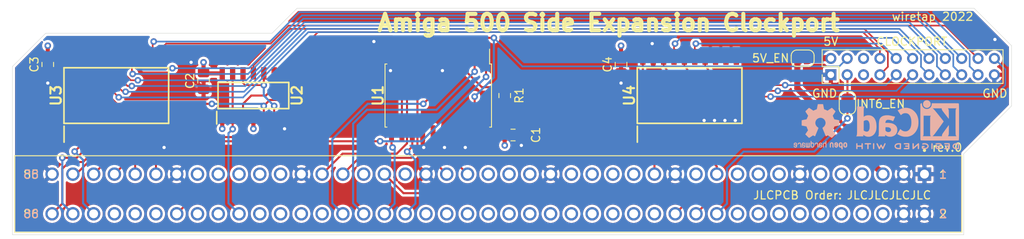
<source format=kicad_pcb>
(kicad_pcb (version 20171130) (host pcbnew "(5.1.6)-1")
  (layers (0 F.Cu signal) (1 In1.Cu power) (2 In2.Cu power) (31 B.Cu signal) (34 B.Paste user) (35 F.Paste user) (36 B.SilkS user) (37 F.SilkS user) (38 B.Mask user) (39 F.Mask user) (44 Edge.Cuts user))
  (net 0 "")
  (net 1 /D5)
  (net 2 GND)
  (net 3 /D6)
  (net 4 /D4)
  (net 5 /D7)
  (net 6 /D3)
  (net 7 /D8)
  (net 8 /D2)
  (net 9 /D9)
  (net 10 /D1)
  (net 11 /D10)
  (net 12 /D0)
  (net 13 /~AS)
  (net 14 /~UDS)
  (net 15 /D11)
  (net 16 /~LDS)
  (net 17 /D12)
  (net 18 /RW)
  (net 19 /D13)
  (net 20 /~DTACK)
  (net 21 /D14)
  (net 22 /~BG)
  (net 23 /D15)
  (net 24 /~BGACK)
  (net 25 /~BR)
  (net 26 /A23)
  (net 27 /A21)
  (net 28 /A22)
  (net 29 /A20)
  (net 30 /A19)
  (net 31 /~RESET)
  (net 32 /A18)
  (net 33 /~VMA)
  (net 34 /E)
  (net 35 /~VPA)
  (net 36 /A17)
  (net 37 /~BERR)
  (net 38 /A16)
  (net 39 /IPL2)
  (net 40 /A15)
  (net 41 /IPL1)
  (net 42 /A14)
  (net 43 /IPL0)
  (net 44 /A13)
  (net 45 /A12)
  (net 46 /A11)
  (net 47 /FC2)
  (net 48 /A10)
  (net 49 /FC1)
  (net 50 /A9)
  (net 51 /FC0)
  (net 52 /A8)
  (net 53 /A1)
  (net 54 /A7)
  (net 55 /A2)
  (net 56 /A3)
  (net 57 /A4)
  (net 58 /A6)
  (net 59 /~INT6)
  (net 60 /A5)
  (net 61 "Net-(BUS0-Pad20)")
  (net 62 /~INT2)
  (net 63 /XRDY)
  (net 64 /~HALT)
  (net 65 /~CCK)
  (net 66 /CDAC)
  (net 67 /~CCKQ)
  (net 68 /~CONFIG)
  (net 69 "Net-(BUS0-Pad11)")
  (net 70 +12V)
  (net 71 "Net-(BUS0-Pad9)")
  (net 72 -12V)
  (net 73 /7MHz)
  (net 74 +5V)
  (net 75 "Net-(J0-Pad2)")
  (net 76 "Net-(J0-Pad3)")
  (net 77 /~CS)
  (net 78 "Net-(J0-Pad5)")
  (net 79 "Net-(J0-Pad6)")
  (net 80 /~CP_IORD)
  (net 81 /~CP_IOWR)
  (net 82 /CP_A5)
  (net 83 /CP_A4)
  (net 84 /CP_A3)
  (net 85 /CP_A2)
  (net 86 /CP_D7)
  (net 87 /CP_D6)
  (net 88 /CP_D5)
  (net 89 /CP_D4)
  (net 90 /CP_D3)
  (net 91 /CP_D2)
  (net 92 /CP_D1)
  (net 93 /CP_D0)
  (net 94 /~CP_RESET)
  (net 95 "Net-(R1-Pad2)")
  (net 96 /RW0)
  (net 97 "Net-(U2-Pad10)")
  (net 98 "Net-(U4-Pad13)")
  (net 99 "Net-(U4-Pad12)")
  (net 100 "Net-(U4-Pad11)")
  (module Symbol:OSHW-Logo2_7.3x6mm_SilkScreen (layer B.Cu) (at 195.58 74.676 180)
    (fp_text reference REF** hide)
    (fp_text value OSHW-Logo2_7.3x6mm_SilkScreen hide)
  )
  (module Symbol:KiCad-Logo2_5mm_SilkScreen (layer B.Cu) (at 206.248 74.422 180)
    (fp_text reference REF** hide)
    (fp_text value KiCad-Logo2_5mm_SilkScreen hide)
  )
  (module SamacSys_Parts:TE_1-5530843-0 (layer F.Cu) (at 154.961001 82.901201 180)
    (fp_text reference BUS0 hide)
    (fp_text value A500_SLOT)
    (pad 86 thru_hole circle (at 53.34 -2.4257 180) (size 1.6383 1.6383) (drill 1.0922) (layers *.Cu *.Mask) (net 1 /D5))
    (pad 85 thru_hole circle (at 53.34 2.4257 180) (size 1.6383 1.6383) (drill 1.0922) (layers *.Cu *.Mask) (net 2 GND))
    (pad 84 thru_hole circle (at 50.8 -2.4257 180) (size 1.6383 1.6383) (drill 1.0922) (layers *.Cu *.Mask) (net 3 /D6))
    (pad 83 thru_hole circle (at 50.8 2.4257 180) (size 1.6383 1.6383) (drill 1.0922) (layers *.Cu *.Mask) (net 4 /D4))
    (pad 82 thru_hole circle (at 48.26 -2.4257 180) (size 1.6383 1.6383) (drill 1.0922) (layers *.Cu *.Mask) (net 5 /D7))
    (pad 81 thru_hole circle (at 48.26 2.4257 180) (size 1.6383 1.6383) (drill 1.0922) (layers *.Cu *.Mask) (net 6 /D3))
    (pad 80 thru_hole circle (at 45.72 -2.4257 180) (size 1.6383 1.6383) (drill 1.0922) (layers *.Cu *.Mask) (net 7 /D8))
    (pad 79 thru_hole circle (at 45.72 2.4257 180) (size 1.6383 1.6383) (drill 1.0922) (layers *.Cu *.Mask) (net 8 /D2))
    (pad 78 thru_hole circle (at 43.18 -2.4257 180) (size 1.6383 1.6383) (drill 1.0922) (layers *.Cu *.Mask) (net 9 /D9))
    (pad 77 thru_hole circle (at 43.18 2.4257 180) (size 1.6383 1.6383) (drill 1.0922) (layers *.Cu *.Mask) (net 10 /D1))
    (pad 76 thru_hole circle (at 40.64 -2.4257 180) (size 1.6383 1.6383) (drill 1.0922) (layers *.Cu *.Mask) (net 11 /D10))
    (pad 75 thru_hole circle (at 40.64 2.4257 180) (size 1.6383 1.6383) (drill 1.0922) (layers *.Cu *.Mask) (net 12 /D0))
    (pad 74 thru_hole circle (at 38.1 -2.4257 180) (size 1.6383 1.6383) (drill 1.0922) (layers *.Cu *.Mask) (net 13 /~AS))
    (pad 73 thru_hole circle (at 38.1 2.4257 180) (size 1.6383 1.6383) (drill 1.0922) (layers *.Cu *.Mask) (net 2 GND))
    (pad 72 thru_hole circle (at 35.56 -2.4257 180) (size 1.6383 1.6383) (drill 1.0922) (layers *.Cu *.Mask) (net 14 /~UDS))
    (pad 71 thru_hole circle (at 35.56 2.4257 180) (size 1.6383 1.6383) (drill 1.0922) (layers *.Cu *.Mask) (net 15 /D11))
    (pad 70 thru_hole circle (at 33.02 -2.4257 180) (size 1.6383 1.6383) (drill 1.0922) (layers *.Cu *.Mask) (net 16 /~LDS))
    (pad 69 thru_hole circle (at 33.02 2.4257 180) (size 1.6383 1.6383) (drill 1.0922) (layers *.Cu *.Mask) (net 17 /D12))
    (pad 68 thru_hole circle (at 30.48 -2.4257 180) (size 1.6383 1.6383) (drill 1.0922) (layers *.Cu *.Mask) (net 18 /RW))
    (pad 67 thru_hole circle (at 30.48 2.4257 180) (size 1.6383 1.6383) (drill 1.0922) (layers *.Cu *.Mask) (net 19 /D13))
    (pad 66 thru_hole circle (at 27.94 -2.4257 180) (size 1.6383 1.6383) (drill 1.0922) (layers *.Cu *.Mask) (net 20 /~DTACK))
    (pad 65 thru_hole circle (at 27.94 2.4257 180) (size 1.6383 1.6383) (drill 1.0922) (layers *.Cu *.Mask) (net 21 /D14))
    (pad 64 thru_hole circle (at 25.4 -2.4257 180) (size 1.6383 1.6383) (drill 1.0922) (layers *.Cu *.Mask) (net 22 /~BG))
    (pad 63 thru_hole circle (at 25.4 2.4257 180) (size 1.6383 1.6383) (drill 1.0922) (layers *.Cu *.Mask) (net 23 /D15))
    (pad 62 thru_hole circle (at 22.86 -2.4257 180) (size 1.6383 1.6383) (drill 1.0922) (layers *.Cu *.Mask) (net 24 /~BGACK))
    (pad 61 thru_hole circle (at 22.86 2.4257 180) (size 1.6383 1.6383) (drill 1.0922) (layers *.Cu *.Mask) (net 2 GND))
    (pad 60 thru_hole circle (at 20.32 -2.4257 180) (size 1.6383 1.6383) (drill 1.0922) (layers *.Cu *.Mask) (net 25 /~BR))
    (pad 59 thru_hole circle (at 20.32 2.4257 180) (size 1.6383 1.6383) (drill 1.0922) (layers *.Cu *.Mask) (net 26 /A23))
    (pad 58 thru_hole circle (at 17.78 -2.4257 180) (size 1.6383 1.6383) (drill 1.0922) (layers *.Cu *.Mask) (net 27 /A21))
    (pad 57 thru_hole circle (at 17.78 2.4257 180) (size 1.6383 1.6383) (drill 1.0922) (layers *.Cu *.Mask) (net 28 /A22))
    (pad 56 thru_hole circle (at 15.24 -2.4257 180) (size 1.6383 1.6383) (drill 1.0922) (layers *.Cu *.Mask) (net 29 /A20))
    (pad 55 thru_hole circle (at 15.24 2.4257 180) (size 1.6383 1.6383) (drill 1.0922) (layers *.Cu *.Mask))
    (pad 54 thru_hole circle (at 12.7 -2.4257 180) (size 1.6383 1.6383) (drill 1.0922) (layers *.Cu *.Mask) (net 30 /A19))
    (pad 53 thru_hole circle (at 12.7 2.4257 180) (size 1.6383 1.6383) (drill 1.0922) (layers *.Cu *.Mask) (net 31 /~RESET))
    (pad 52 thru_hole circle (at 10.16 -2.4257 180) (size 1.6383 1.6383) (drill 1.0922) (layers *.Cu *.Mask) (net 32 /A18))
    (pad 51 thru_hole circle (at 10.16 2.4257 180) (size 1.6383 1.6383) (drill 1.0922) (layers *.Cu *.Mask) (net 33 /~VMA))
    (pad 50 thru_hole circle (at 7.62 -2.4257 180) (size 1.6383 1.6383) (drill 1.0922) (layers *.Cu *.Mask) (net 34 /E))
    (pad 49 thru_hole circle (at 7.62 2.4257 180) (size 1.6383 1.6383) (drill 1.0922) (layers *.Cu *.Mask) (net 2 GND))
    (pad 48 thru_hole circle (at 5.08 -2.4257 180) (size 1.6383 1.6383) (drill 1.0922) (layers *.Cu *.Mask) (net 35 /~VPA))
    (pad 47 thru_hole circle (at 5.08 2.4257 180) (size 1.6383 1.6383) (drill 1.0922) (layers *.Cu *.Mask) (net 36 /A17))
    (pad 46 thru_hole circle (at 2.54 -2.4257 180) (size 1.6383 1.6383) (drill 1.0922) (layers *.Cu *.Mask) (net 37 /~BERR))
    (pad 45 thru_hole circle (at 2.54 2.4257 180) (size 1.6383 1.6383) (drill 1.0922) (layers *.Cu *.Mask) (net 38 /A16))
    (pad 44 thru_hole circle (at 0 -2.4257 180) (size 1.6383 1.6383) (drill 1.0922) (layers *.Cu *.Mask) (net 39 /IPL2))
    (pad 43 thru_hole circle (at 0 2.4257 180) (size 1.6383 1.6383) (drill 1.0922) (layers *.Cu *.Mask) (net 40 /A15))
    (pad 42 thru_hole circle (at -2.54 -2.4257 180) (size 1.6383 1.6383) (drill 1.0922) (layers *.Cu *.Mask) (net 41 /IPL1))
    (pad 41 thru_hole circle (at -2.54 2.4257 180) (size 1.6383 1.6383) (drill 1.0922) (layers *.Cu *.Mask) (net 42 /A14))
    (pad 40 thru_hole circle (at -5.08 -2.4257 180) (size 1.6383 1.6383) (drill 1.0922) (layers *.Cu *.Mask) (net 43 /IPL0))
    (pad 39 thru_hole circle (at -5.08 2.4257 180) (size 1.6383 1.6383) (drill 1.0922) (layers *.Cu *.Mask) (net 44 /A13))
    (pad 38 thru_hole circle (at -7.62 -2.4257 180) (size 1.6383 1.6383) (drill 1.0922) (layers *.Cu *.Mask) (net 45 /A12))
    (pad 37 thru_hole circle (at -7.62 2.4257 180) (size 1.6383 1.6383) (drill 1.0922) (layers *.Cu *.Mask) (net 2 GND))
    (pad 36 thru_hole circle (at -10.16 -2.4257 180) (size 1.6383 1.6383) (drill 1.0922) (layers *.Cu *.Mask) (net 46 /A11))
    (pad 35 thru_hole circle (at -10.16 2.4257 180) (size 1.6383 1.6383) (drill 1.0922) (layers *.Cu *.Mask) (net 47 /FC2))
    (pad 34 thru_hole circle (at -12.7 -2.4257 180) (size 1.6383 1.6383) (drill 1.0922) (layers *.Cu *.Mask) (net 48 /A10))
    (pad 33 thru_hole circle (at -12.7 2.4257 180) (size 1.6383 1.6383) (drill 1.0922) (layers *.Cu *.Mask) (net 49 /FC1))
    (pad 32 thru_hole circle (at -15.24 -2.4257 180) (size 1.6383 1.6383) (drill 1.0922) (layers *.Cu *.Mask) (net 50 /A9))
    (pad 31 thru_hole circle (at -15.24 2.4257 180) (size 1.6383 1.6383) (drill 1.0922) (layers *.Cu *.Mask) (net 51 /FC0))
    (pad 30 thru_hole circle (at -17.78 -2.4257 180) (size 1.6383 1.6383) (drill 1.0922) (layers *.Cu *.Mask) (net 52 /A8))
    (pad 29 thru_hole circle (at -17.78 2.4257 180) (size 1.6383 1.6383) (drill 1.0922) (layers *.Cu *.Mask) (net 53 /A1))
    (pad 28 thru_hole circle (at -20.32 -2.4257 180) (size 1.6383 1.6383) (drill 1.0922) (layers *.Cu *.Mask) (net 54 /A7))
    (pad 27 thru_hole circle (at -20.32 2.4257 180) (size 1.6383 1.6383) (drill 1.0922) (layers *.Cu *.Mask) (net 55 /A2))
    (pad 26 thru_hole circle (at -22.86 -2.4257 180) (size 1.6383 1.6383) (drill 1.0922) (layers *.Cu *.Mask) (net 56 /A3))
    (pad 25 thru_hole circle (at -22.86 2.4257 180) (size 1.6383 1.6383) (drill 1.0922) (layers *.Cu *.Mask) (net 2 GND))
    (pad 24 thru_hole circle (at -25.4 -2.4257 180) (size 1.6383 1.6383) (drill 1.0922) (layers *.Cu *.Mask) (net 57 /A4))
    (pad 23 thru_hole circle (at -25.4 2.4257 180) (size 1.6383 1.6383) (drill 1.0922) (layers *.Cu *.Mask) (net 58 /A6))
    (pad 22 thru_hole circle (at -27.94 -2.4257 180) (size 1.6383 1.6383) (drill 1.0922) (layers *.Cu *.Mask) (net 59 /~INT6))
    (pad 21 thru_hole circle (at -27.94 2.4257 180) (size 1.6383 1.6383) (drill 1.0922) (layers *.Cu *.Mask) (net 60 /A5))
    (pad 20 thru_hole circle (at -30.48 -2.4257 180) (size 1.6383 1.6383) (drill 1.0922) (layers *.Cu *.Mask) (net 61 "Net-(BUS0-Pad20)"))
    (pad 19 thru_hole circle (at -30.48 2.4257 180) (size 1.6383 1.6383) (drill 1.0922) (layers *.Cu *.Mask) (net 62 /~INT2))
    (pad 18 thru_hole circle (at -33.02 -2.4257 180) (size 1.6383 1.6383) (drill 1.0922) (layers *.Cu *.Mask) (net 63 /XRDY))
    (pad 17 thru_hole circle (at -33.02 2.4257 180) (size 1.6383 1.6383) (drill 1.0922) (layers *.Cu *.Mask) (net 64 /~HALT))
    (pad 16 thru_hole circle (at -35.56 -2.4257 180) (size 1.6383 1.6383) (drill 1.0922) (layers *.Cu *.Mask) (net 65 /~CCK))
    (pad 15 thru_hole circle (at -35.56 2.4257 180) (size 1.6383 1.6383) (drill 1.0922) (layers *.Cu *.Mask) (net 66 /CDAC))
    (pad 14 thru_hole circle (at -38.1 -2.4257 180) (size 1.6383 1.6383) (drill 1.0922) (layers *.Cu *.Mask) (net 67 /~CCKQ))
    (pad 13 thru_hole circle (at -38.1 2.4257 180) (size 1.6383 1.6383) (drill 1.0922) (layers *.Cu *.Mask) (net 2 GND))
    (pad 12 thru_hole circle (at -40.64 -2.4257 180) (size 1.6383 1.6383) (drill 1.0922) (layers *.Cu *.Mask) (net 68 /~CONFIG))
    (pad 11 thru_hole circle (at -40.64 2.4257 180) (size 1.6383 1.6383) (drill 1.0922) (layers *.Cu *.Mask) (net 69 "Net-(BUS0-Pad11)"))
    (pad 10 thru_hole circle (at -43.18 -2.4257 180) (size 1.6383 1.6383) (drill 1.0922) (layers *.Cu *.Mask) (net 70 +12V))
    (pad 9 thru_hole circle (at -43.18 2.4257 180) (size 1.6383 1.6383) (drill 1.0922) (layers *.Cu *.Mask) (net 71 "Net-(BUS0-Pad9)"))
    (pad 8 thru_hole circle (at -45.72 -2.4257 180) (size 1.6383 1.6383) (drill 1.0922) (layers *.Cu *.Mask) (net 72 -12V))
    (pad 7 thru_hole circle (at -45.72 2.4257 180) (size 1.6383 1.6383) (drill 1.0922) (layers *.Cu *.Mask) (net 73 /7MHz))
    (pad 6 thru_hole circle (at -48.26 -2.4257 180) (size 1.6383 1.6383) (drill 1.0922) (layers *.Cu *.Mask) (net 74 +5V))
    (pad 5 thru_hole circle (at -48.26 2.4257 180) (size 1.6383 1.6383) (drill 1.0922) (layers *.Cu *.Mask) (net 74 +5V))
    (pad 4 thru_hole circle (at -50.8 -2.4257 180) (size 1.6383 1.6383) (drill 1.0922) (layers *.Cu *.Mask) (net 2 GND))
    (pad 3 thru_hole circle (at -50.8 2.4257 180) (size 1.6383 1.6383) (drill 1.0922) (layers *.Cu *.Mask) (net 2 GND))
    (pad 2 thru_hole circle (at -53.34 -2.4257 180) (size 1.6383 1.6383) (drill 1.0922) (layers *.Cu *.Mask) (net 2 GND))
    (pad 1 thru_hole rect (at -53.34 2.4257 180) (size 1.6383 1.6383) (drill 1.0922) (layers *.Cu *.Mask) (net 2 GND))
  )
  (module Capacitor_SMD:C_0805_2012Metric_Pad1.15x1.40mm_HandSolder (layer F.Cu) (at 157.988 75.692 180)
    (fp_text reference C1 (at -2.794 0 90) (layer F.SilkS))
    (fp_text value 100nF)
    (pad 1 smd roundrect (at -1.025 0 180) (size 1.15 1.4) (layers F.Cu F.Paste F.Mask) (roundrect_rratio 0.217391) (net 2 GND))
    (pad 2 smd roundrect (at 1.025 0 180) (size 1.15 1.4) (layers F.Cu F.Paste F.Mask) (roundrect_rratio 0.217391) (net 74 +5V))
  )
  (module Capacitor_SMD:C_0805_2012Metric_Pad1.15x1.40mm_HandSolder (layer F.Cu) (at 120.142 69.079 90)
    (fp_text reference C2 (at 0 -1.65 90) (layer F.SilkS))
    (fp_text value 100nF)
    (pad 2 smd roundrect (at 1.025 0 90) (size 1.15 1.4) (layers F.Cu F.Paste F.Mask) (roundrect_rratio 0.217391) (net 74 +5V))
    (pad 1 smd roundrect (at -1.025 0 90) (size 1.15 1.4) (layers F.Cu F.Paste F.Mask) (roundrect_rratio 0.217391) (net 2 GND))
  )
  (module Capacitor_SMD:C_0805_2012Metric_Pad1.15x1.40mm_HandSolder (layer F.Cu) (at 101.092 67.065 90)
    (fp_text reference C3 (at 0 -1.65 90) (layer F.SilkS))
    (fp_text value 100nF)
    (pad 2 smd roundrect (at 1.025 0 90) (size 1.15 1.4) (layers F.Cu F.Paste F.Mask) (roundrect_rratio 0.217391) (net 74 +5V))
    (pad 1 smd roundrect (at -1.025 0 90) (size 1.15 1.4) (layers F.Cu F.Paste F.Mask) (roundrect_rratio 0.217391) (net 2 GND))
  )
  (module Capacitor_SMD:C_0805_2012Metric_Pad1.15x1.40mm_HandSolder (layer F.Cu) (at 171.196 67.065 90)
    (fp_text reference C4 (at 0 -1.65 90) (layer F.SilkS))
    (fp_text value 100nF)
    (pad 1 smd roundrect (at -1.025 0 90) (size 1.15 1.4) (layers F.Cu F.Paste F.Mask) (roundrect_rratio 0.217391) (net 2 GND))
    (pad 2 smd roundrect (at 1.025 0 90) (size 1.15 1.4) (layers F.Cu F.Paste F.Mask) (roundrect_rratio 0.217391) (net 74 +5V))
  )
  (module Connector_PinHeader_2.00mm:PinHeader_2x11_P2.00mm_Vertical (layer F.Cu) (at 196.852 68.326 90)
    (fp_text reference J0 hide)
    (fp_text value CLOCKPORT)
    (pad 1 thru_hole rect (at 0 0 90) (size 1.35 1.35) (drill 0.8) (layers *.Cu *.Mask) (net 2 GND))
    (pad 2 thru_hole oval (at 2 0 90) (size 1.35 1.35) (drill 0.8) (layers *.Cu *.Mask) (net 75 "Net-(J0-Pad2)"))
    (pad 3 thru_hole oval (at 0 2 90) (size 1.35 1.35) (drill 0.8) (layers *.Cu *.Mask) (net 76 "Net-(J0-Pad3)"))
    (pad 4 thru_hole oval (at 2 2 90) (size 1.35 1.35) (drill 0.8) (layers *.Cu *.Mask) (net 77 /~CS))
    (pad 5 thru_hole oval (at 0 4 90) (size 1.35 1.35) (drill 0.8) (layers *.Cu *.Mask) (net 78 "Net-(J0-Pad5)"))
    (pad 6 thru_hole oval (at 2 4 90) (size 1.35 1.35) (drill 0.8) (layers *.Cu *.Mask) (net 79 "Net-(J0-Pad6)"))
    (pad 7 thru_hole oval (at 0 6 90) (size 1.35 1.35) (drill 0.8) (layers *.Cu *.Mask) (net 80 /~CP_IORD))
    (pad 8 thru_hole oval (at 2 6 90) (size 1.35 1.35) (drill 0.8) (layers *.Cu *.Mask) (net 81 /~CP_IOWR))
    (pad 9 thru_hole oval (at 0 8 90) (size 1.35 1.35) (drill 0.8) (layers *.Cu *.Mask) (net 82 /CP_A5))
    (pad 10 thru_hole oval (at 2 8 90) (size 1.35 1.35) (drill 0.8) (layers *.Cu *.Mask) (net 83 /CP_A4))
    (pad 11 thru_hole oval (at 0 10 90) (size 1.35 1.35) (drill 0.8) (layers *.Cu *.Mask) (net 84 /CP_A3))
    (pad 12 thru_hole oval (at 2 10 90) (size 1.35 1.35) (drill 0.8) (layers *.Cu *.Mask) (net 85 /CP_A2))
    (pad 13 thru_hole oval (at 0 12 90) (size 1.35 1.35) (drill 0.8) (layers *.Cu *.Mask) (net 86 /CP_D7))
    (pad 14 thru_hole oval (at 2 12 90) (size 1.35 1.35) (drill 0.8) (layers *.Cu *.Mask) (net 87 /CP_D6))
    (pad 15 thru_hole oval (at 0 14 90) (size 1.35 1.35) (drill 0.8) (layers *.Cu *.Mask) (net 88 /CP_D5))
    (pad 16 thru_hole oval (at 2 14 90) (size 1.35 1.35) (drill 0.8) (layers *.Cu *.Mask) (net 89 /CP_D4))
    (pad 17 thru_hole oval (at 0 16 90) (size 1.35 1.35) (drill 0.8) (layers *.Cu *.Mask) (net 90 /CP_D3))
    (pad 18 thru_hole oval (at 2 16 90) (size 1.35 1.35) (drill 0.8) (layers *.Cu *.Mask) (net 91 /CP_D2))
    (pad 19 thru_hole oval (at 0 18 90) (size 1.35 1.35) (drill 0.8) (layers *.Cu *.Mask) (net 92 /CP_D1))
    (pad 20 thru_hole oval (at 2 18 90) (size 1.35 1.35) (drill 0.8) (layers *.Cu *.Mask) (net 93 /CP_D0))
    (pad 21 thru_hole oval (at 0 20 90) (size 1.35 1.35) (drill 0.8) (layers *.Cu *.Mask) (net 2 GND))
    (pad 22 thru_hole oval (at 2 20 90) (size 1.35 1.35) (drill 0.8) (layers *.Cu *.Mask) (net 94 /~CP_RESET))
  )
  (module Jumper:SolderJumper-2_P1.3mm_Open_RoundedPad1.0x1.5mm (layer F.Cu) (at 193.406 66.294 180)
    (fp_text reference J1 hide)
    (fp_text value 5V_EN)
    (pad 2 smd custom (at 0.65 0 180) (size 1 0.5) (layers F.Cu F.Mask) (net 74 +5V) (options (clearance outline) (anchor rect)) (primitives (gr_circle (center 0 0.25) (end 0.5 0.25) (width 0)) (gr_circle (center 0 -0.25) (end 0.5 -0.25) (width 0)) (gr_poly (pts (xy 0 -0.75) (xy -0.5 -0.75) (xy -0.5 0.75) (xy 0 0.75)) (width 0))))
    (pad 1 smd custom (at -0.65 0 180) (size 1 0.5) (layers F.Cu F.Mask) (net 75 "Net-(J0-Pad2)") (options (clearance outline) (anchor rect)) (primitives (gr_circle (center 0 0.25) (end 0.5 0.25) (width 0)) (gr_circle (center 0 -0.25) (end 0.5 -0.25) (width 0)) (gr_poly (pts (xy 0 -0.75) (xy 0.5 -0.75) (xy 0.5 0.75) (xy 0 0.75)) (width 0))))
  )
  (module Jumper:SolderJumper-2_P1.3mm_Open_RoundedPad1.0x1.5mm (layer F.Cu) (at 198.882 71.77 90)
    (fp_text reference J2 hide)
    (fp_text value INT6_EN)
    (pad 1 smd custom (at -0.65 0 90) (size 1 0.5) (layers F.Cu F.Mask) (net 59 /~INT6) (options (clearance outline) (anchor rect)) (primitives (gr_circle (center 0 0.25) (end 0.5 0.25) (width 0)) (gr_circle (center 0 -0.25) (end 0.5 -0.25) (width 0)) (gr_poly (pts (xy 0 -0.75) (xy 0.5 -0.75) (xy 0.5 0.75) (xy 0 0.75)) (width 0))))
    (pad 2 smd custom (at 0.65 0 90) (size 1 0.5) (layers F.Cu F.Mask) (net 76 "Net-(J0-Pad3)") (options (clearance outline) (anchor rect)) (primitives (gr_circle (center 0 0.25) (end 0.5 0.25) (width 0)) (gr_circle (center 0 -0.25) (end 0.5 -0.25) (width 0)) (gr_poly (pts (xy 0 -0.75) (xy -0.5 -0.75) (xy -0.5 0.75) (xy 0 0.75)) (width 0))))
  )
  (module Resistor_SMD:R_0805_2012Metric_Pad1.15x1.40mm_HandSolder (layer F.Cu) (at 156.972 70.866 90)
    (fp_text reference R1 (at 0 1.778 90) (layer F.SilkS))
    (fp_text value 4.7k)
    (pad 1 smd roundrect (at -1.025 0 90) (size 1.15 1.4) (layers F.Cu F.Paste F.Mask) (roundrect_rratio 0.217391) (net 74 +5V))
    (pad 2 smd roundrect (at 1.025 0 90) (size 1.15 1.4) (layers F.Cu F.Paste F.Mask) (roundrect_rratio 0.217391) (net 95 "Net-(R1-Pad2)"))
  )
  (module Package_SO:SOIC-20W_7.5x12.8mm_P1.27mm (layer F.Cu) (at 148.844 70.866 270)
    (fp_text reference U1 (at 0 7.366 90) (layer F.SilkS) (effects (font (size 1.27 1.27) (thickness 0.254))))
    (fp_text value 74HCT688)
    (pad 1 smd roundrect (at -4.65 -5.715 270) (size 2.05 0.6) (layers F.Cu F.Paste F.Mask) (net 13 /~AS))
    (pad 2 smd roundrect (at -4.65 -4.445 270) (size 2.05 0.6) (layers F.Cu F.Paste F.Mask) (net 29 /A20))
    (pad 3 smd roundrect (at -4.65 -3.175 270) (size 2.05 0.6) (layers F.Cu F.Paste F.Mask) (net 95 "Net-(R1-Pad2)"))
    (pad 4 smd roundrect (at -4.65 -1.905 270) (size 2.05 0.6) (layers F.Cu F.Paste F.Mask) (net 27 /A21))
    (pad 5 smd roundrect (at -4.65 -0.635 270) (size 2.05 0.6) (layers F.Cu F.Paste F.Mask) (net 2 GND))
    (pad 6 smd roundrect (at -4.65 0.635 270) (size 2.05 0.6) (layers F.Cu F.Paste F.Mask) (net 28 /A22))
    (pad 7 smd roundrect (at -4.65 1.905 270) (size 2.05 0.6) (layers F.Cu F.Paste F.Mask) (net 95 "Net-(R1-Pad2)"))
    (pad 8 smd roundrect (at -4.65 3.175 270) (size 2.05 0.6) (layers F.Cu F.Paste F.Mask) (net 26 /A23))
    (pad 9 smd roundrect (at -4.65 4.445 270) (size 2.05 0.6) (layers F.Cu F.Paste F.Mask) (net 95 "Net-(R1-Pad2)"))
    (pad 10 smd roundrect (at -4.65 5.715 270) (size 2.05 0.6) (layers F.Cu F.Paste F.Mask) (net 2 GND))
    (pad 11 smd roundrect (at 4.65 5.715 270) (size 2.05 0.6) (layers F.Cu F.Paste F.Mask) (net 30 /A19))
    (pad 12 smd roundrect (at 4.65 4.445 270) (size 2.05 0.6) (layers F.Cu F.Paste F.Mask) (net 95 "Net-(R1-Pad2)"))
    (pad 13 smd roundrect (at 4.65 3.175 270) (size 2.05 0.6) (layers F.Cu F.Paste F.Mask) (net 32 /A18))
    (pad 14 smd roundrect (at 4.65 1.905 270) (size 2.05 0.6) (layers F.Cu F.Paste F.Mask) (net 2 GND))
    (pad 15 smd roundrect (at 4.65 0.635 270) (size 2.05 0.6) (layers F.Cu F.Paste F.Mask) (net 36 /A17))
    (pad 16 smd roundrect (at 4.65 -0.635 270) (size 2.05 0.6) (layers F.Cu F.Paste F.Mask) (net 2 GND))
    (pad 17 smd roundrect (at 4.65 -1.905 270) (size 2.05 0.6) (layers F.Cu F.Paste F.Mask) (net 38 /A16))
    (pad 18 smd roundrect (at 4.65 -3.175 270) (size 2.05 0.6) (layers F.Cu F.Paste F.Mask) (net 2 GND))
    (pad 19 smd roundrect (at 4.65 -4.445 270) (size 2.05 0.6) (layers F.Cu F.Paste F.Mask) (net 77 /~CS))
    (pad 20 smd roundrect (at 4.65 -5.715 270) (size 2.05 0.6) (layers F.Cu F.Paste F.Mask) (net 74 +5V))
  )
  (module SamacSys_Parts:SOIC127P600X175-14N (layer F.Cu) (at 126.238 70.866 90)
    (fp_text reference U2 (at 0 5.334 90) (layer F.SilkS) (effects (font (size 1.27 1.27) (thickness 0.254))))
    (fp_text value SN74AC00D hide)
    (pad 1 smd rect (at -2.712 -3.81 180) (size 0.65 1.525) (layers F.Cu F.Paste F.Mask) (net 74 +5V))
    (pad 2 smd rect (at -2.712 -2.54 180) (size 0.65 1.525) (layers F.Cu F.Paste F.Mask) (net 18 /RW))
    (pad 3 smd rect (at -2.712 -1.27 180) (size 0.65 1.525) (layers F.Cu F.Paste F.Mask) (net 96 /RW0))
    (pad 4 smd rect (at -2.712 0 180) (size 0.65 1.525) (layers F.Cu F.Paste F.Mask) (net 74 +5V))
    (pad 5 smd rect (at -2.712 1.27 180) (size 0.65 1.525) (layers F.Cu F.Paste F.Mask) (net 77 /~CS))
    (pad 6 smd rect (at -2.712 2.54 180) (size 0.65 1.525) (layers F.Cu F.Paste F.Mask) (net 97 "Net-(U2-Pad10)"))
    (pad 7 smd rect (at -2.712 3.81 180) (size 0.65 1.525) (layers F.Cu F.Paste F.Mask) (net 2 GND))
    (pad 8 smd rect (at 2.712 3.81 180) (size 0.65 1.525) (layers F.Cu F.Paste F.Mask) (net 81 /~CP_IOWR))
    (pad 9 smd rect (at 2.712 2.54 180) (size 0.65 1.525) (layers F.Cu F.Paste F.Mask) (net 96 /RW0))
    (pad 10 smd rect (at 2.712 1.27 180) (size 0.65 1.525) (layers F.Cu F.Paste F.Mask) (net 97 "Net-(U2-Pad10)"))
    (pad 11 smd rect (at 2.712 0 180) (size 0.65 1.525) (layers F.Cu F.Paste F.Mask) (net 80 /~CP_IORD))
    (pad 12 smd rect (at 2.712 -1.27 180) (size 0.65 1.525) (layers F.Cu F.Paste F.Mask) (net 97 "Net-(U2-Pad10)"))
    (pad 13 smd rect (at 2.712 -2.54 180) (size 0.65 1.525) (layers F.Cu F.Paste F.Mask) (net 18 /RW))
    (pad 14 smd rect (at 2.712 -3.81 180) (size 0.65 1.525) (layers F.Cu F.Paste F.Mask) (net 74 +5V))
  )
  (module SamacSys_Parts:SOIC127P1030X265-20N (layer F.Cu) (at 109.474 70.866 90)
    (fp_text reference U3 (at 0 -7.366 90) (layer F.SilkS) (effects (font (size 1.27 1.27) (thickness 0.254))))
    (fp_text value SN74AC245DW hide)
    (pad 1 smd rect (at -4.725 -5.715 180) (size 0.65 1.95) (layers F.Cu F.Paste F.Mask) (net 96 /RW0))
    (pad 2 smd rect (at -4.725 -4.445 180) (size 0.65 1.95) (layers F.Cu F.Paste F.Mask) (net 5 /D7))
    (pad 3 smd rect (at -4.725 -3.175 180) (size 0.65 1.95) (layers F.Cu F.Paste F.Mask) (net 3 /D6))
    (pad 4 smd rect (at -4.725 -1.905 180) (size 0.65 1.95) (layers F.Cu F.Paste F.Mask) (net 1 /D5))
    (pad 5 smd rect (at -4.725 -0.635 180) (size 0.65 1.95) (layers F.Cu F.Paste F.Mask) (net 4 /D4))
    (pad 6 smd rect (at -4.725 0.635 180) (size 0.65 1.95) (layers F.Cu F.Paste F.Mask) (net 6 /D3))
    (pad 7 smd rect (at -4.725 1.905 180) (size 0.65 1.95) (layers F.Cu F.Paste F.Mask) (net 8 /D2))
    (pad 8 smd rect (at -4.725 3.175 180) (size 0.65 1.95) (layers F.Cu F.Paste F.Mask) (net 10 /D1))
    (pad 9 smd rect (at -4.725 4.445 180) (size 0.65 1.95) (layers F.Cu F.Paste F.Mask) (net 12 /D0))
    (pad 10 smd rect (at -4.725 5.715 180) (size 0.65 1.95) (layers F.Cu F.Paste F.Mask) (net 2 GND))
    (pad 11 smd rect (at 4.725 5.715 180) (size 0.65 1.95) (layers F.Cu F.Paste F.Mask) (net 93 /CP_D0))
    (pad 12 smd rect (at 4.725 4.445 180) (size 0.65 1.95) (layers F.Cu F.Paste F.Mask) (net 92 /CP_D1))
    (pad 13 smd rect (at 4.725 3.175 180) (size 0.65 1.95) (layers F.Cu F.Paste F.Mask) (net 91 /CP_D2))
    (pad 14 smd rect (at 4.725 1.905 180) (size 0.65 1.95) (layers F.Cu F.Paste F.Mask) (net 90 /CP_D3))
    (pad 15 smd rect (at 4.725 0.635 180) (size 0.65 1.95) (layers F.Cu F.Paste F.Mask) (net 89 /CP_D4))
    (pad 16 smd rect (at 4.725 -0.635 180) (size 0.65 1.95) (layers F.Cu F.Paste F.Mask) (net 88 /CP_D5))
    (pad 17 smd rect (at 4.725 -1.905 180) (size 0.65 1.95) (layers F.Cu F.Paste F.Mask) (net 87 /CP_D6))
    (pad 18 smd rect (at 4.725 -3.175 180) (size 0.65 1.95) (layers F.Cu F.Paste F.Mask) (net 86 /CP_D7))
    (pad 19 smd rect (at 4.725 -4.445 180) (size 0.65 1.95) (layers F.Cu F.Paste F.Mask) (net 77 /~CS))
    (pad 20 smd rect (at 4.725 -5.715 180) (size 0.65 1.95) (layers F.Cu F.Paste F.Mask) (net 74 +5V))
  )
  (module SamacSys_Parts:SOIC127P1030X265-20N (layer F.Cu) (at 179.578 70.866 90)
    (fp_text reference U4 (at 0 -7.366 90) (layer F.SilkS) (effects (font (size 1.27 1.27) (thickness 0.254))))
    (fp_text value SN74AC245DW hide)
    (pad 20 smd rect (at 4.725 -5.715 180) (size 0.65 1.95) (layers F.Cu F.Paste F.Mask) (net 74 +5V))
    (pad 19 smd rect (at 4.725 -4.445 180) (size 0.65 1.95) (layers F.Cu F.Paste F.Mask) (net 2 GND))
    (pad 18 smd rect (at 4.725 -3.175 180) (size 0.65 1.95) (layers F.Cu F.Paste F.Mask) (net 94 /~CP_RESET))
    (pad 17 smd rect (at 4.725 -1.905 180) (size 0.65 1.95) (layers F.Cu F.Paste F.Mask) (net 85 /CP_A2))
    (pad 16 smd rect (at 4.725 -0.635 180) (size 0.65 1.95) (layers F.Cu F.Paste F.Mask) (net 84 /CP_A3))
    (pad 15 smd rect (at 4.725 0.635 180) (size 0.65 1.95) (layers F.Cu F.Paste F.Mask) (net 83 /CP_A4))
    (pad 14 smd rect (at 4.725 1.905 180) (size 0.65 1.95) (layers F.Cu F.Paste F.Mask) (net 82 /CP_A5))
    (pad 13 smd rect (at 4.725 3.175 180) (size 0.65 1.95) (layers F.Cu F.Paste F.Mask) (net 98 "Net-(U4-Pad13)"))
    (pad 12 smd rect (at 4.725 4.445 180) (size 0.65 1.95) (layers F.Cu F.Paste F.Mask) (net 99 "Net-(U4-Pad12)"))
    (pad 11 smd rect (at 4.725 5.715 180) (size 0.65 1.95) (layers F.Cu F.Paste F.Mask) (net 100 "Net-(U4-Pad11)"))
    (pad 10 smd rect (at -4.725 5.715 180) (size 0.65 1.95) (layers F.Cu F.Paste F.Mask) (net 2 GND))
    (pad 9 smd rect (at -4.725 4.445 180) (size 0.65 1.95) (layers F.Cu F.Paste F.Mask) (net 2 GND))
    (pad 8 smd rect (at -4.725 3.175 180) (size 0.65 1.95) (layers F.Cu F.Paste F.Mask) (net 2 GND))
    (pad 7 smd rect (at -4.725 1.905 180) (size 0.65 1.95) (layers F.Cu F.Paste F.Mask) (net 2 GND))
    (pad 6 smd rect (at -4.725 0.635 180) (size 0.65 1.95) (layers F.Cu F.Paste F.Mask) (net 60 /A5))
    (pad 5 smd rect (at -4.725 -0.635 180) (size 0.65 1.95) (layers F.Cu F.Paste F.Mask) (net 57 /A4))
    (pad 4 smd rect (at -4.725 -1.905 180) (size 0.65 1.95) (layers F.Cu F.Paste F.Mask) (net 56 /A3))
    (pad 3 smd rect (at -4.725 -3.175 180) (size 0.65 1.95) (layers F.Cu F.Paste F.Mask) (net 55 /A2))
    (pad 2 smd rect (at -4.725 -4.445 180) (size 0.65 1.95) (layers F.Cu F.Paste F.Mask) (net 31 /~RESET))
    (pad 1 smd rect (at -4.725 -5.715 180) (size 0.65 1.95) (layers F.Cu F.Paste F.Mask) (net 74 +5V))
  )
  (gr_text "Amiga 500 Side Expansion Clockport" (at 169.672 61.976) (layer F.SilkS) (effects (font (size 2 2) (thickness 0.5))))
  (gr_text rev.0 (at 211.074 77.216) (layer F.SilkS) (effects (font (size 1 1))))
  (gr_text "wiretap 2022" (at 209.296 61.214) (layer F.SilkS) (effects (font (size 1 1))))
  (gr_text "JLCPCB Order:" (at 192.786 83.058) (layer F.SilkS) (effects (font (size 1 1))))
  (gr_text JLCJLCJLCJLC (at 203.962 83.058) (layer F.SilkS) (effects (font (size 1 1))))
  (gr_text 85 (at 99.06 80.518) (layer B.SilkS) (effects (font (size 1 1)) (justify mirror)))
  (gr_text 86 (at 99.06 85.344) (layer B.SilkS) (effects (font (size 1 1)) (justify mirror)))
  (gr_text 2 (at 210.566 85.344) (layer B.SilkS) (effects (font (size 1 1)) (justify mirror)))
  (gr_text 1 (at 210.566 80.518) (layer B.SilkS) (effects (font (size 1 1)) (justify mirror)))
  (gr_line (start 96.774 67.31) (end 96.774 87.884) (layer Edge.Cuts) (width 0.05))
  (gr_line (start 100.838 63.246) (end 96.774 67.31) (layer Edge.Cuts) (width 0.05))
  (gr_line (start 128.524 63.246) (end 100.838 63.246) (layer Edge.Cuts) (width 0.05))
  (gr_line (start 131.572 60.198) (end 128.524 63.246) (layer Edge.Cuts) (width 0.05))
  (gr_line (start 214.376 60.198) (end 131.572 60.198) (layer Edge.Cuts) (width 0.05))
  (gr_line (start 218.948 64.77) (end 214.376 60.198) (layer Edge.Cuts) (width 0.05))
  (gr_line (start 218.948 72.136) (end 218.948 64.77) (layer Edge.Cuts) (width 0.05))
  (gr_line (start 213.106 77.978) (end 218.948 72.136) (layer Edge.Cuts) (width 0.05))
  (gr_line (start 213.106 87.884) (end 213.106 77.978) (layer Edge.Cuts) (width 0.05))
  (gr_line (start 96.774 87.884) (end 213.106 87.884) (layer Edge.Cuts) (width 0.05))
  (gr_text CLOCKPORT (at 206.756 64.262) (layer F.SilkS) (effects (font (size 1 1))))
  (gr_text 5V_EN (at 189.484 66.294) (layer F.SilkS) (effects (font (size 1 1))))
  (gr_text INT6_EN (at 202.946 71.882) (layer F.SilkS) (effects (font (size 1 1))))
  (gr_text GND (at 196.088 70.612) (layer F.SilkS) (effects (font (size 1 1))))
  (gr_text GND (at 216.916 70.612) (layer F.SilkS) (effects (font (size 1 1))))
  (gr_text 5V (at 196.85 64.262) (layer F.SilkS) (effects (font (size 1 1))))
  (gr_text 85 (at 99.06 80.518) (layer F.SilkS) (effects (font (size 1 1))))
  (gr_text 86 (at 99.06 85.344) (layer F.SilkS) (effects (font (size 1 1))))
  (gr_text 2 (at 210.566 85.344) (layer F.SilkS) (effects (font (size 1 1))))
  (gr_text 1 (at 210.566 80.518) (layer F.SilkS) (effects (font (size 1 1))))
  (segment (start 102.87 84.077902) (end 101.621001 85.326901) (width 0.25) (layer F.Cu) (net 1))
  (segment (start 103.69746 78.994) (end 102.87 79.82146) (width 0.25) (layer F.Cu) (net 1))
  (segment (start 105.41 78.994) (end 103.69746 78.994) (width 0.25) (layer F.Cu) (net 1))
  (segment (start 107.569 75.591) (end 107.569 76.835) (width 0.25) (layer F.Cu) (net 1))
  (segment (start 102.87 79.82146) (end 102.87 84.077902) (width 0.25) (layer F.Cu) (net 1))
  (segment (start 107.569 76.835) (end 105.41 78.994) (width 0.25) (layer F.Cu) (net 1))
  (via (at 171.196 69.342) (size 0.8) (drill 0.4) (layers F.Cu B.Cu) (net 2))
  (segment (start 171.196 68.09) (end 171.196 69.342) (width 0.5) (layer F.Cu) (net 2))
  (via (at 175.006 64.516) (size 0.8) (drill 0.4) (layers F.Cu B.Cu) (net 2))
  (segment (start 175.133 66.141) (end 175.133 64.643) (width 0.5) (layer F.Cu) (net 2))
  (segment (start 175.133 64.643) (end 175.006 64.516) (width 0.5) (layer F.Cu) (net 2))
  (via (at 181.356 73.914) (size 0.8) (drill 0.4) (layers F.Cu B.Cu) (net 2))
  (segment (start 181.483 75.591) (end 181.483 74.041) (width 0.5) (layer F.Cu) (net 2))
  (segment (start 181.483 74.041) (end 181.356 73.914) (width 0.5) (layer F.Cu) (net 2))
  (via (at 182.626 73.914) (size 0.8) (drill 0.4) (layers F.Cu B.Cu) (net 2))
  (segment (start 182.753 75.591) (end 182.753 74.041) (width 0.5) (layer F.Cu) (net 2))
  (segment (start 182.753 74.041) (end 182.626 73.914) (width 0.5) (layer F.Cu) (net 2))
  (segment (start 184.023 75.591) (end 184.023 74.041) (width 0.5) (layer F.Cu) (net 2))
  (via (at 183.896 73.914) (size 0.8) (drill 0.4) (layers F.Cu B.Cu) (net 2))
  (segment (start 184.023 74.041) (end 183.896 73.914) (width 0.5) (layer F.Cu) (net 2))
  (segment (start 185.293 75.591) (end 185.293 74.041) (width 0.5) (layer F.Cu) (net 2))
  (via (at 185.166 73.914) (size 0.8) (drill 0.4) (layers F.Cu B.Cu) (net 2))
  (segment (start 185.293 74.041) (end 185.166 73.914) (width 0.5) (layer F.Cu) (net 2))
  (via (at 159.004 76.962) (size 0.8) (drill 0.4) (layers F.Cu B.Cu) (net 2))
  (segment (start 159.013 75.692) (end 159.013 76.953) (width 0.5) (layer F.Cu) (net 2))
  (segment (start 159.013 76.953) (end 159.004 76.962) (width 0.5) (layer F.Cu) (net 2))
  (via (at 147.066 77.216) (size 0.8) (drill 0.4) (layers F.Cu B.Cu) (net 2))
  (segment (start 146.939 75.516) (end 146.939 77.089) (width 0.5) (layer F.Cu) (net 2))
  (segment (start 146.939 77.089) (end 147.066 77.216) (width 0.5) (layer F.Cu) (net 2))
  (via (at 149.606 77.216) (size 0.8) (drill 0.4) (layers F.Cu B.Cu) (net 2))
  (segment (start 149.479 75.516) (end 149.479 77.089) (width 0.5) (layer F.Cu) (net 2))
  (segment (start 149.479 77.089) (end 149.606 77.216) (width 0.5) (layer F.Cu) (net 2))
  (via (at 152.146 77.216) (size 0.8) (drill 0.4) (layers F.Cu B.Cu) (net 2))
  (segment (start 152.019 75.516) (end 152.019 77.089) (width 0.5) (layer F.Cu) (net 2))
  (segment (start 152.019 77.089) (end 152.146 77.216) (width 0.5) (layer F.Cu) (net 2))
  (via (at 149.352 67.818) (size 0.8) (drill 0.4) (layers F.Cu B.Cu) (net 2))
  (segment (start 149.479 66.216) (end 149.479 67.691) (width 0.5) (layer F.Cu) (net 2))
  (segment (start 149.479 67.691) (end 149.352 67.818) (width 0.5) (layer F.Cu) (net 2))
  (via (at 143.002 67.818) (size 0.8) (drill 0.4) (layers F.Cu B.Cu) (net 2))
  (segment (start 143.129 66.216) (end 143.129 67.691) (width 0.5) (layer F.Cu) (net 2))
  (segment (start 143.129 67.691) (end 143.002 67.818) (width 0.5) (layer F.Cu) (net 2))
  (via (at 130.048 74.93) (size 0.8) (drill 0.4) (layers F.Cu B.Cu) (net 2))
  (segment (start 130.048 73.578) (end 130.048 74.93) (width 0.5) (layer F.Cu) (net 2))
  (via (at 115.316 77.216) (size 0.8) (drill 0.4) (layers F.Cu B.Cu) (net 2))
  (segment (start 115.189 75.591) (end 115.189 77.089) (width 0.5) (layer F.Cu) (net 2))
  (segment (start 115.189 77.089) (end 115.316 77.216) (width 0.5) (layer F.Cu) (net 2))
  (via (at 101.092 69.342) (size 0.8) (drill 0.4) (layers F.Cu B.Cu) (net 2))
  (segment (start 101.092 68.09) (end 101.092 69.342) (width 0.5) (layer F.Cu) (net 2))
  (segment (start 120.142 70.104) (end 118.618 68.58) (width 0.5) (layer F.Cu) (net 2))
  (via (at 118.618 66.802) (size 0.8) (drill 0.4) (layers F.Cu B.Cu) (net 2))
  (segment (start 118.618 68.58) (end 118.618 66.802) (width 0.5) (layer F.Cu) (net 2))
  (via (at 216.916 64.008) (size 0.8) (drill 0.4) (layers F.Cu B.Cu) (net 2))
  (via (at 140.97 64.262) (size 0.8) (drill 0.4) (layers F.Cu B.Cu) (net 2))
  (via (at 102.87 78.486) (size 0.8) (drill 0.4) (layers F.Cu B.Cu) (net 3))
  (segment (start 106.299 75.591) (end 106.299 76.816) (width 0.25) (layer F.Cu) (net 3))
  (segment (start 104.629 78.486) (end 102.87 78.486) (width 0.25) (layer F.Cu) (net 3))
  (segment (start 106.299 76.816) (end 104.629 78.486) (width 0.25) (layer F.Cu) (net 3))
  (segment (start 102.87 84.0359) (end 104.161001 85.326901) (width 0.25) (layer B.Cu) (net 3))
  (segment (start 102.87 78.486) (end 102.87 84.0359) (width 0.25) (layer B.Cu) (net 3))
  (segment (start 108.839 76.816) (end 108.839 75.591) (width 0.25) (layer F.Cu) (net 4))
  (segment (start 107.4325 78.2225) (end 108.839 76.816) (width 0.25) (layer F.Cu) (net 4))
  (segment (start 106.81791 78.2225) (end 107.4325 78.2225) (width 0.25) (layer F.Cu) (net 4))
  (segment (start 104.161001 80.475501) (end 104.564909 80.475501) (width 0.25) (layer F.Cu) (net 4))
  (segment (start 104.564909 80.475501) (end 106.81791 78.2225) (width 0.25) (layer F.Cu) (net 4))
  (via (at 104.379847 77.709847) (size 0.8) (drill 0.4) (layers F.Cu B.Cu) (net 5))
  (segment (start 105.029 75.591) (end 105.029 77.060694) (width 0.25) (layer F.Cu) (net 5))
  (segment (start 105.029 77.060694) (end 104.379847 77.709847) (width 0.25) (layer F.Cu) (net 5))
  (segment (start 105.41 84.0359) (end 106.701001 85.326901) (width 0.25) (layer B.Cu) (net 5))
  (segment (start 104.379847 77.709847) (end 105.41 78.74) (width 0.25) (layer B.Cu) (net 5))
  (segment (start 105.41 78.74) (end 105.41 84.0359) (width 0.25) (layer B.Cu) (net 5))
  (segment (start 110.109 77.067502) (end 110.109 75.591) (width 0.25) (layer F.Cu) (net 6))
  (segment (start 106.701001 80.475501) (end 110.109 77.067502) (width 0.25) (layer F.Cu) (net 6))
  (segment (start 111.379 78.337502) (end 111.379 75.591) (width 0.25) (layer F.Cu) (net 8))
  (segment (start 109.241001 80.475501) (end 111.379 78.337502) (width 0.25) (layer F.Cu) (net 8))
  (segment (start 111.781001 80.475501) (end 111.781001 79.036499) (width 0.25) (layer F.Cu) (net 10))
  (segment (start 112.649 78.1685) (end 112.649 75.591) (width 0.25) (layer F.Cu) (net 10))
  (segment (start 111.781001 79.036499) (end 112.649 78.1685) (width 0.25) (layer F.Cu) (net 10))
  (segment (start 114.321001 78.507001) (end 114.321001 80.475501) (width 0.25) (layer F.Cu) (net 12))
  (segment (start 113.919 75.591) (end 113.919 78.105) (width 0.25) (layer F.Cu) (net 12))
  (segment (start 113.919 78.105) (end 114.321001 78.507001) (width 0.25) (layer F.Cu) (net 12))
  (via (at 154.686 68.58) (size 0.8) (drill 0.4) (layers F.Cu B.Cu) (net 13))
  (segment (start 154.686 66.343) (end 154.559 66.216) (width 0.25) (layer F.Cu) (net 13))
  (segment (start 154.686 68.58) (end 154.686 66.343) (width 0.25) (layer F.Cu) (net 13))
  (segment (start 154.686 68.58) (end 146.812 76.454) (width 0.25) (layer B.Cu) (net 13))
  (segment (start 121.570579 76.454) (end 141.732 76.454) (width 0.25) (layer F.Cu) (net 13))
  (via (at 141.732 76.454) (size 0.8) (drill 0.4) (layers F.Cu B.Cu) (net 13))
  (segment (start 146.812 76.454) (end 141.732 76.454) (width 0.25) (layer B.Cu) (net 13))
  (segment (start 118.11 84.077902) (end 118.11 79.914579) (width 0.25) (layer F.Cu) (net 13))
  (segment (start 118.11 79.914579) (end 121.570579 76.454) (width 0.25) (layer F.Cu) (net 13))
  (segment (start 116.861001 85.326901) (end 118.11 84.077902) (width 0.25) (layer F.Cu) (net 13))
  (segment (start 123.698 68.154) (end 123.698 73.578) (width 0.25) (layer F.Cu) (net 18))
  (via (at 123.698 74.967) (size 0.8) (drill 0.4) (layers F.Cu B.Cu) (net 18))
  (segment (start 123.698 73.578) (end 123.698 74.967) (width 0.25) (layer F.Cu) (net 18))
  (segment (start 123.19 84.0359) (end 124.481001 85.326901) (width 0.25) (layer B.Cu) (net 18))
  (segment (start 123.698 74.967) (end 123.19 75.475) (width 0.25) (layer B.Cu) (net 18))
  (segment (start 123.19 75.475) (end 123.19 84.0359) (width 0.25) (layer B.Cu) (net 18))
  (segment (start 145.669 67.691) (end 145.02401 68.33599) (width 0.25) (layer F.Cu) (net 26))
  (segment (start 145.02401 68.33599) (end 145.02401 76.71799) (width 0.25) (layer F.Cu) (net 26))
  (segment (start 137.138502 77.978) (end 134.641001 80.475501) (width 0.25) (layer F.Cu) (net 26))
  (segment (start 145.02401 76.71799) (end 143.764 77.978) (width 0.25) (layer F.Cu) (net 26))
  (segment (start 145.669 66.216) (end 145.669 67.691) (width 0.25) (layer F.Cu) (net 26))
  (segment (start 143.764 77.978) (end 137.138502 77.978) (width 0.25) (layer F.Cu) (net 26))
  (via (at 147.01901 71.882) (size 0.8) (drill 0.4) (layers F.Cu B.Cu) (net 27))
  (segment (start 150.749 66.216) (end 150.749 68.15201) (width 0.25) (layer F.Cu) (net 27))
  (segment (start 150.749 68.15201) (end 147.01901 71.882) (width 0.25) (layer F.Cu) (net 27))
  (segment (start 135.89 84.0359) (end 137.181001 85.326901) (width 0.25) (layer B.Cu) (net 27))
  (segment (start 135.89 76.2) (end 135.89 84.0359) (width 0.25) (layer B.Cu) (net 27))
  (segment (start 147.01901 71.882) (end 140.208 71.882) (width 0.25) (layer B.Cu) (net 27))
  (segment (start 140.208 71.882) (end 135.89 76.2) (width 0.25) (layer B.Cu) (net 27))
  (segment (start 139.170502 78.486) (end 137.181001 80.475501) (width 0.25) (layer F.Cu) (net 28))
  (segment (start 148.209 67.691) (end 146.29401 69.60599) (width 0.25) (layer F.Cu) (net 28))
  (segment (start 148.209 66.216) (end 148.209 67.691) (width 0.25) (layer F.Cu) (net 28))
  (segment (start 146.29401 69.60599) (end 146.29401 77.73399) (width 0.25) (layer F.Cu) (net 28))
  (segment (start 146.29401 77.73399) (end 145.542 78.486) (width 0.25) (layer F.Cu) (net 28))
  (segment (start 145.542 78.486) (end 139.170502 78.486) (width 0.25) (layer F.Cu) (net 28))
  (segment (start 153.289 66.216) (end 153.289 67.935694) (width 0.25) (layer F.Cu) (net 29))
  (via (at 153.293653 67.940347) (size 0.8) (drill 0.4) (layers F.Cu B.Cu) (net 29))
  (segment (start 153.289 67.935694) (end 153.293653 67.940347) (width 0.25) (layer F.Cu) (net 29))
  (segment (start 138.43 74.29641) (end 138.43 84.0359) (width 0.25) (layer B.Cu) (net 29))
  (segment (start 140.119409 72.607001) (end 138.43 74.29641) (width 0.25) (layer B.Cu) (net 29))
  (segment (start 153.293653 67.940347) (end 148.626999 72.607001) (width 0.25) (layer B.Cu) (net 29))
  (segment (start 138.43 84.0359) (end 139.721001 85.326901) (width 0.25) (layer B.Cu) (net 29))
  (segment (start 148.626999 72.607001) (end 140.119409 72.607001) (width 0.25) (layer B.Cu) (net 29))
  (via (at 143.256 77.216) (size 0.8) (drill 0.4) (layers F.Cu B.Cu) (net 30))
  (segment (start 143.129 75.516) (end 143.129 77.089) (width 0.25) (layer F.Cu) (net 30))
  (segment (start 143.129 77.089) (end 143.256 77.216) (width 0.25) (layer F.Cu) (net 30))
  (segment (start 143.51 84.077902) (end 142.261001 85.326901) (width 0.25) (layer B.Cu) (net 30))
  (segment (start 143.256 77.216) (end 143.51 77.47) (width 0.25) (layer B.Cu) (net 30))
  (segment (start 143.51 77.47) (end 143.51 84.077902) (width 0.25) (layer B.Cu) (net 30))
  (segment (start 144.5895 82.804) (end 142.261001 80.475501) (width 0.25) (layer F.Cu) (net 31))
  (segment (start 175.133 76.816) (end 173.99 77.959) (width 0.25) (layer F.Cu) (net 31))
  (segment (start 173.99 77.959) (end 173.99 81.28) (width 0.25) (layer F.Cu) (net 31))
  (segment (start 175.133 75.591) (end 175.133 76.816) (width 0.25) (layer F.Cu) (net 31))
  (segment (start 173.99 81.28) (end 172.466 82.804) (width 0.25) (layer F.Cu) (net 31))
  (segment (start 172.466 82.804) (end 144.5895 82.804) (width 0.25) (layer F.Cu) (net 31))
  (via (at 145.038653 77.728653) (size 0.8) (drill 0.4) (layers F.Cu B.Cu) (net 32))
  (segment (start 145.669 75.516) (end 145.669 77.098306) (width 0.25) (layer F.Cu) (net 32))
  (segment (start 145.669 77.098306) (end 145.038653 77.728653) (width 0.25) (layer F.Cu) (net 32))
  (segment (start 146.05 84.077902) (end 144.801001 85.326901) (width 0.25) (layer B.Cu) (net 32))
  (segment (start 145.038653 77.728653) (end 146.05 78.74) (width 0.25) (layer B.Cu) (net 32))
  (segment (start 146.05 78.74) (end 146.05 84.077902) (width 0.25) (layer B.Cu) (net 32))
  (segment (start 148.209 78.8035) (end 149.881001 80.475501) (width 0.25) (layer F.Cu) (net 36))
  (segment (start 148.209 75.516) (end 148.209 78.8035) (width 0.25) (layer F.Cu) (net 36))
  (segment (start 150.749 78.8035) (end 152.421001 80.475501) (width 0.25) (layer F.Cu) (net 38))
  (segment (start 150.749 75.516) (end 150.749 78.8035) (width 0.25) (layer F.Cu) (net 38))
  (segment (start 176.403 75.591) (end 176.403 77.089) (width 0.25) (layer F.Cu) (net 55))
  (segment (start 175.281001 78.210999) (end 175.281001 80.475501) (width 0.25) (layer F.Cu) (net 55))
  (segment (start 176.403 77.089) (end 175.281001 78.210999) (width 0.25) (layer F.Cu) (net 55))
  (segment (start 179.07 78.486) (end 179.07 84.077902) (width 0.25) (layer F.Cu) (net 56))
  (segment (start 177.673 75.591) (end 177.673 77.089) (width 0.25) (layer F.Cu) (net 56))
  (segment (start 179.07 84.077902) (end 177.821001 85.326901) (width 0.25) (layer F.Cu) (net 56))
  (segment (start 177.673 77.089) (end 179.07 78.486) (width 0.25) (layer F.Cu) (net 56))
  (segment (start 181.61 84.077902) (end 180.361001 85.326901) (width 0.25) (layer F.Cu) (net 57))
  (segment (start 181.61 79.756) (end 181.61 84.077902) (width 0.25) (layer F.Cu) (net 57))
  (segment (start 178.943 75.591) (end 178.943 77.089) (width 0.25) (layer F.Cu) (net 57))
  (segment (start 178.943 77.089) (end 181.61 79.756) (width 0.25) (layer F.Cu) (net 57))
  (via (at 198.882 73.66) (size 0.8) (drill 0.4) (layers F.Cu B.Cu) (net 59))
  (segment (start 198.882 72.42) (end 198.882 73.66) (width 0.25) (layer F.Cu) (net 59))
  (segment (start 184.15 79.756) (end 184.15 84.077902) (width 0.25) (layer B.Cu) (net 59))
  (segment (start 186.182 77.724) (end 184.15 79.756) (width 0.25) (layer B.Cu) (net 59))
  (segment (start 184.15 84.077902) (end 182.901001 85.326901) (width 0.25) (layer B.Cu) (net 59))
  (segment (start 198.882 73.66) (end 194.818 77.724) (width 0.25) (layer B.Cu) (net 59))
  (segment (start 194.818 77.724) (end 186.182 77.724) (width 0.25) (layer B.Cu) (net 59))
  (segment (start 180.213 75.591) (end 180.213 76.835) (width 0.25) (layer F.Cu) (net 60))
  (segment (start 182.901001 79.523001) (end 182.901001 80.475501) (width 0.25) (layer F.Cu) (net 60))
  (segment (start 180.213 76.835) (end 182.901001 79.523001) (width 0.25) (layer F.Cu) (net 60))
  (segment (start 192.756 70.0105) (end 203.221001 80.475501) (width 0.75) (layer F.Cu) (net 74))
  (segment (start 192.756 66.294) (end 192.756 70.0105) (width 0.75) (layer F.Cu) (net 74))
  (via (at 101.092 64.77) (size 0.8) (drill 0.4) (layers F.Cu B.Cu) (net 74))
  (segment (start 101.092 66.04) (end 101.092 64.77) (width 0.5) (layer F.Cu) (net 74))
  (segment (start 103.658 66.04) (end 103.759 66.141) (width 0.5) (layer F.Cu) (net 74))
  (segment (start 101.092 66.04) (end 103.658 66.04) (width 0.5) (layer F.Cu) (net 74))
  (via (at 120.142 66.802) (size 0.8) (drill 0.4) (layers F.Cu B.Cu) (net 74))
  (segment (start 120.142 68.054) (end 120.142 66.802) (width 0.5) (layer F.Cu) (net 74))
  (via (at 122.428 74.93) (size 0.8) (drill 0.4) (layers F.Cu B.Cu) (net 74))
  (segment (start 122.428 73.578) (end 122.428 74.93) (width 0.5) (layer F.Cu) (net 74))
  (via (at 126.238 74.93) (size 0.8) (drill 0.4) (layers F.Cu B.Cu) (net 74))
  (segment (start 126.238 73.578) (end 126.238 74.93) (width 0.5) (layer F.Cu) (net 74))
  (segment (start 120.242 68.154) (end 120.142 68.054) (width 0.5) (layer F.Cu) (net 74))
  (segment (start 122.428 68.154) (end 120.242 68.154) (width 0.5) (layer F.Cu) (net 74))
  (via (at 156.972 76.962) (size 0.8) (drill 0.4) (layers F.Cu B.Cu) (net 74))
  (segment (start 156.963 75.692) (end 156.963 76.953) (width 0.5) (layer F.Cu) (net 74))
  (segment (start 156.963 76.953) (end 156.972 76.962) (width 0.5) (layer F.Cu) (net 74))
  (segment (start 156.787 75.516) (end 156.963 75.692) (width 0.5) (layer F.Cu) (net 74))
  (segment (start 154.559 75.516) (end 156.787 75.516) (width 0.5) (layer F.Cu) (net 74))
  (segment (start 156.963 71.9) (end 156.972 71.891) (width 0.25) (layer F.Cu) (net 74))
  (segment (start 156.963 75.692) (end 156.963 71.9) (width 0.25) (layer F.Cu) (net 74))
  (via (at 171.196 64.77) (size 0.8) (drill 0.4) (layers F.Cu B.Cu) (net 74))
  (segment (start 171.196 66.04) (end 171.196 64.77) (width 0.5) (layer F.Cu) (net 74))
  (segment (start 173.762 66.04) (end 173.863 66.141) (width 0.5) (layer F.Cu) (net 74))
  (segment (start 171.196 66.04) (end 173.762 66.04) (width 0.5) (layer F.Cu) (net 74))
  (segment (start 173.863 66.141) (end 173.863 75.591) (width 0.25) (layer F.Cu) (net 74))
  (segment (start 196.82 66.294) (end 196.852 66.326) (width 0.75) (layer F.Cu) (net 75))
  (segment (start 194.056 66.294) (end 196.82 66.294) (width 0.75) (layer F.Cu) (net 75))
  (segment (start 198.882 68.356) (end 198.852 68.326) (width 0.25) (layer F.Cu) (net 76))
  (segment (start 198.882 71.12) (end 198.882 68.356) (width 0.25) (layer F.Cu) (net 76))
  (segment (start 105.029 66.141) (end 105.029 67.366) (width 0.25) (layer F.Cu) (net 77))
  (via (at 121.158 71.882) (size 0.8) (drill 0.4) (layers F.Cu B.Cu) (net 77))
  (segment (start 105.029 67.366) (end 109.545 71.882) (width 0.25) (layer F.Cu) (net 77))
  (segment (start 109.545 71.882) (end 121.158 71.882) (width 0.25) (layer F.Cu) (net 77))
  (via (at 127.508 72.136) (size 0.8) (drill 0.4) (layers F.Cu B.Cu) (net 77))
  (segment (start 121.158 71.882) (end 127.254 71.882) (width 0.25) (layer B.Cu) (net 77))
  (segment (start 127.254 71.882) (end 127.508 72.136) (width 0.25) (layer B.Cu) (net 77))
  (segment (start 127.508 72.136) (end 127.508 73.578) (width 0.25) (layer F.Cu) (net 77))
  (segment (start 143.836242 63.81199) (end 155.64401 63.81199) (width 0.25) (layer F.Cu) (net 77))
  (segment (start 128.233001 71.410999) (end 136.237233 71.410999) (width 0.25) (layer F.Cu) (net 77))
  (segment (start 136.237233 71.410999) (end 143.836242 63.81199) (width 0.25) (layer F.Cu) (net 77))
  (segment (start 127.508 72.136) (end 128.233001 71.410999) (width 0.25) (layer F.Cu) (net 77))
  (via (at 155.64401 63.81199) (size 0.8) (drill 0.4) (layers F.Cu B.Cu) (net 77))
  (via (at 153.293653 70.997653) (size 0.8) (drill 0.4) (layers F.Cu B.Cu) (net 77))
  (segment (start 155.64401 63.81199) (end 155.64401 68.647296) (width 0.25) (layer B.Cu) (net 77))
  (segment (start 155.64401 68.647296) (end 153.293653 70.997653) (width 0.25) (layer B.Cu) (net 77))
  (segment (start 153.293653 75.511347) (end 153.289 75.516) (width 0.25) (layer F.Cu) (net 77))
  (segment (start 153.293653 70.997653) (end 153.293653 75.511347) (width 0.25) (layer F.Cu) (net 77))
  (segment (start 159.133021 67.301001) (end 197.876999 67.301001) (width 0.2) (layer B.Cu) (net 77))
  (segment (start 197.876999 67.301001) (end 198.852 66.326) (width 0.2) (layer B.Cu) (net 77))
  (segment (start 155.64401 63.81199) (end 159.133021 67.301001) (width 0.2) (layer B.Cu) (net 77))
  (segment (start 203.827001 67.350999) (end 203.827001 65.593303) (width 0.2) (layer F.Cu) (net 80))
  (segment (start 202.852 68.326) (end 203.827001 67.350999) (width 0.2) (layer F.Cu) (net 80))
  (segment (start 203.827001 65.593303) (end 200.945678 62.711979) (width 0.2) (layer F.Cu) (net 80))
  (segment (start 130.717521 62.711979) (end 126.238 67.1915) (width 0.2) (layer F.Cu) (net 80))
  (segment (start 126.238 67.1915) (end 126.238 68.154) (width 0.2) (layer F.Cu) (net 80))
  (segment (start 200.945678 62.711979) (end 130.717521 62.711979) (width 0.2) (layer F.Cu) (net 80))
  (segment (start 130.048 68.154) (end 130.048 67.1915) (width 0.2) (layer F.Cu) (net 81))
  (segment (start 134.127511 63.111989) (end 200.779989 63.111989) (width 0.2) (layer F.Cu) (net 81))
  (segment (start 130.048 67.1915) (end 134.127511 63.111989) (width 0.2) (layer F.Cu) (net 81))
  (segment (start 202.852 65.184) (end 202.852 66.326) (width 0.2) (layer F.Cu) (net 81))
  (segment (start 200.779989 63.111989) (end 202.852 65.184) (width 0.2) (layer F.Cu) (net 81))
  (segment (start 183.763 69.596) (end 191.262 69.596) (width 0.2) (layer F.Cu) (net 82))
  (via (at 191.262 69.596) (size 0.8) (drill 0.4) (layers F.Cu B.Cu) (net 82))
  (segment (start 181.483 66.141) (end 181.483 67.316) (width 0.2) (layer F.Cu) (net 82))
  (segment (start 181.483 67.316) (end 183.763 69.596) (width 0.2) (layer F.Cu) (net 82))
  (segment (start 203.582 69.596) (end 204.852 68.326) (width 0.2) (layer B.Cu) (net 82))
  (segment (start 191.262 69.596) (end 203.582 69.596) (width 0.2) (layer B.Cu) (net 82))
  (via (at 180.34 64.516) (size 0.8) (drill 0.4) (layers F.Cu B.Cu) (net 83))
  (segment (start 204.852 66.326) (end 203.042 64.516) (width 0.2) (layer B.Cu) (net 83))
  (segment (start 203.042 64.516) (end 180.34 64.516) (width 0.2) (layer B.Cu) (net 83))
  (segment (start 180.213 64.643) (end 180.34 64.516) (width 0.2) (layer F.Cu) (net 83))
  (segment (start 180.213 66.141) (end 180.213 64.643) (width 0.2) (layer F.Cu) (net 83))
  (via (at 190.367571 70.296) (size 0.8) (drill 0.4) (layers F.Cu B.Cu) (net 84))
  (segment (start 181.923 70.296) (end 190.367571 70.296) (width 0.2) (layer F.Cu) (net 84))
  (segment (start 178.943 66.141) (end 178.943 67.316) (width 0.2) (layer F.Cu) (net 84))
  (segment (start 178.943 67.316) (end 181.923 70.296) (width 0.2) (layer F.Cu) (net 84))
  (segment (start 204.882 70.296) (end 206.852 68.326) (width 0.2) (layer B.Cu) (net 84))
  (segment (start 190.367571 70.296) (end 204.882 70.296) (width 0.2) (layer B.Cu) (net 84))
  (segment (start 206.852 66.326) (end 204.64199 64.11599) (width 0.2) (layer B.Cu) (net 85))
  (segment (start 204.341999 63.815999) (end 178.500001 63.815999) (width 0.2) (layer B.Cu) (net 85))
  (segment (start 204.64199 64.11599) (end 204.341999 63.815999) (width 0.2) (layer B.Cu) (net 85))
  (via (at 177.8 64.516) (size 0.8) (drill 0.4) (layers F.Cu B.Cu) (net 85))
  (segment (start 178.500001 63.815999) (end 177.8 64.516) (width 0.2) (layer B.Cu) (net 85))
  (segment (start 177.673 64.643) (end 177.8 64.516) (width 0.2) (layer F.Cu) (net 85))
  (segment (start 177.673 66.141) (end 177.673 64.643) (width 0.2) (layer F.Cu) (net 85))
  (segment (start 132.956009 63.111989) (end 124.968 71.099998) (width 0.2) (layer B.Cu) (net 86))
  (segment (start 205.080991 63.111989) (end 132.956009 63.111989) (width 0.2) (layer B.Cu) (net 86))
  (segment (start 207.876999 65.907997) (end 205.080991 63.111989) (width 0.2) (layer B.Cu) (net 86))
  (segment (start 208.852 68.326) (end 207.876999 67.350999) (width 0.2) (layer B.Cu) (net 86))
  (segment (start 207.876999 67.350999) (end 207.876999 65.907997) (width 0.2) (layer B.Cu) (net 86))
  (via (at 109.768153 71.079847) (size 0.8) (drill 0.4) (layers F.Cu B.Cu) (net 86))
  (segment (start 124.968 71.099998) (end 109.788304 71.099998) (width 0.2) (layer B.Cu) (net 86))
  (segment (start 109.788304 71.099998) (end 109.768153 71.079847) (width 0.2) (layer B.Cu) (net 86))
  (segment (start 106.299 67.610694) (end 106.299 66.141) (width 0.2) (layer F.Cu) (net 86))
  (segment (start 109.768153 71.079847) (end 106.299 67.610694) (width 0.2) (layer F.Cu) (net 86))
  (segment (start 208.852 66.317299) (end 205.24668 62.711979) (width 0.2) (layer B.Cu) (net 87))
  (segment (start 208.852 66.326) (end 208.852 66.317299) (width 0.2) (layer B.Cu) (net 87))
  (segment (start 205.24668 62.711979) (end 132.79032 62.711979) (width 0.2) (layer B.Cu) (net 87))
  (via (at 110.607317 70.399998) (size 0.8) (drill 0.4) (layers F.Cu B.Cu) (net 87))
  (segment (start 125.102302 70.399998) (end 125.43715 70.06515) (width 0.2) (layer B.Cu) (net 87))
  (segment (start 110.607317 70.399998) (end 125.102302 70.399998) (width 0.2) (layer B.Cu) (net 87))
  (segment (start 132.79032 62.711979) (end 125.43715 70.06515) (width 0.2) (layer B.Cu) (net 87))
  (segment (start 110.277998 70.399998) (end 110.607317 70.399998) (width 0.2) (layer F.Cu) (net 87))
  (segment (start 107.569 66.141) (end 107.569 67.691) (width 0.2) (layer F.Cu) (net 87))
  (segment (start 107.569 67.691) (end 110.277998 70.399998) (width 0.2) (layer F.Cu) (net 87))
  (via (at 111.368081 69.699998) (size 0.8) (drill 0.4) (layers F.Cu B.Cu) (net 88))
  (segment (start 209.827001 67.301001) (end 210.852 68.326) (width 0.2) (layer B.Cu) (net 88))
  (segment (start 125.236603 69.699998) (end 132.624631 62.311969) (width 0.2) (layer B.Cu) (net 88))
  (segment (start 206.280971 62.311969) (end 209.827001 65.857999) (width 0.2) (layer B.Cu) (net 88))
  (segment (start 111.368081 69.699998) (end 125.236603 69.699998) (width 0.2) (layer B.Cu) (net 88))
  (segment (start 132.624631 62.311969) (end 206.280971 62.311969) (width 0.2) (layer B.Cu) (net 88))
  (segment (start 209.827001 65.857999) (end 209.827001 67.301001) (width 0.2) (layer B.Cu) (net 88))
  (segment (start 110.847998 69.699998) (end 111.368081 69.699998) (width 0.2) (layer F.Cu) (net 88))
  (segment (start 108.839 66.141) (end 108.839 67.691) (width 0.2) (layer F.Cu) (net 88))
  (segment (start 108.839 67.691) (end 110.847998 69.699998) (width 0.2) (layer F.Cu) (net 88))
  (via (at 112.106419 68.999998) (size 0.8) (drill 0.4) (layers F.Cu B.Cu) (net 89))
  (segment (start 110.109 66.141) (end 110.109 67.002579) (width 0.2) (layer F.Cu) (net 89))
  (segment (start 110.109 66.141) (end 110.109 67.856997) (width 0.2) (layer F.Cu) (net 89))
  (segment (start 111.540734 68.999998) (end 112.106419 68.999998) (width 0.2) (layer F.Cu) (net 89))
  (segment (start 111.252 68.999997) (end 111.540734 68.999998) (width 0.2) (layer F.Cu) (net 89))
  (segment (start 110.109 67.856997) (end 111.252 68.999997) (width 0.2) (layer F.Cu) (net 89))
  (segment (start 132.458942 61.911959) (end 206.44666 61.911959) (width 0.2) (layer B.Cu) (net 89))
  (segment (start 112.106419 68.999998) (end 125.370905 68.999998) (width 0.2) (layer B.Cu) (net 89))
  (segment (start 210.852 66.317312) (end 210.852 66.326) (width 0.2) (layer B.Cu) (net 89))
  (segment (start 206.44666 61.911959) (end 210.852 66.317312) (width 0.2) (layer B.Cu) (net 89))
  (segment (start 125.370905 68.999998) (end 132.458942 61.911959) (width 0.2) (layer B.Cu) (net 89))
  (segment (start 132.334 61.468) (end 125.984 67.818) (width 0.2) (layer B.Cu) (net 90))
  (segment (start 207.437002 61.468) (end 132.334 61.468) (width 0.2) (layer B.Cu) (net 90))
  (segment (start 211.827001 65.857999) (end 207.437002 61.468) (width 0.2) (layer B.Cu) (net 90))
  (segment (start 212.852 68.326) (end 211.827001 67.301001) (width 0.2) (layer B.Cu) (net 90))
  (segment (start 211.827001 67.301001) (end 211.827001 65.857999) (width 0.2) (layer B.Cu) (net 90))
  (via (at 111.468253 68.226299) (size 0.8) (drill 0.4) (layers F.Cu B.Cu) (net 90))
  (segment (start 111.379 66.141) (end 111.379 68.137046) (width 0.2) (layer F.Cu) (net 90))
  (segment (start 111.379 68.137046) (end 111.468253 68.226299) (width 0.2) (layer F.Cu) (net 90))
  (segment (start 111.468253 68.226299) (end 124.614299 68.226299) (width 0.2) (layer B.Cu) (net 90))
  (segment (start 125.984 67.818) (end 125.984 67.821205) (width 0.2) (layer B.Cu) (net 90))
  (segment (start 125.578906 68.226299) (end 124.614299 68.226299) (width 0.2) (layer B.Cu) (net 90))
  (segment (start 125.984 67.821205) (end 125.578906 68.226299) (width 0.2) (layer B.Cu) (net 90))
  (segment (start 112.859299 67.526299) (end 116.332 67.526299) (width 0.2) (layer F.Cu) (net 91))
  (via (at 116.332 67.526299) (size 0.8) (drill 0.4) (layers F.Cu B.Cu) (net 91))
  (segment (start 112.649 66.141) (end 112.649 67.316) (width 0.2) (layer F.Cu) (net 91))
  (segment (start 112.649 67.316) (end 112.859299 67.526299) (width 0.2) (layer F.Cu) (net 91))
  (segment (start 116.332 67.526299) (end 125.710003 67.526299) (width 0.2) (layer B.Cu) (net 91))
  (segment (start 125.710003 67.526299) (end 132.168311 61.06799) (width 0.2) (layer B.Cu) (net 91))
  (segment (start 212.852 66.317299) (end 212.852 66.326) (width 0.2) (layer B.Cu) (net 91))
  (segment (start 207.602691 61.06799) (end 212.852 66.317299) (width 0.2) (layer B.Cu) (net 91))
  (segment (start 132.168311 61.06799) (end 207.602691 61.06799) (width 0.2) (layer B.Cu) (net 91))
  (via (at 114.046 64.262) (size 0.8) (drill 0.4) (layers F.Cu B.Cu) (net 92))
  (segment (start 113.919 64.389) (end 114.046 64.262) (width 0.2) (layer F.Cu) (net 92))
  (segment (start 113.919 66.141) (end 113.919 64.389) (width 0.2) (layer F.Cu) (net 92))
  (segment (start 213.827001 67.301001) (end 213.827001 65.857999) (width 0.2) (layer B.Cu) (net 92))
  (segment (start 213.827001 65.857999) (end 208.636982 60.66798) (width 0.2) (layer B.Cu) (net 92))
  (segment (start 214.852 68.326) (end 213.827001 67.301001) (width 0.2) (layer B.Cu) (net 92))
  (segment (start 208.636982 60.66798) (end 131.86402 60.66798) (width 0.2) (layer B.Cu) (net 92))
  (segment (start 128.27 64.262) (end 114.046 64.262) (width 0.2) (layer B.Cu) (net 92))
  (segment (start 131.86402 60.66798) (end 128.27 64.262) (width 0.2) (layer B.Cu) (net 92))
  (segment (start 115.189 64.897) (end 115.57 64.516) (width 0.2) (layer F.Cu) (net 93))
  (segment (start 115.57 64.516) (end 128.347801 64.516) (width 0.2) (layer F.Cu) (net 93))
  (segment (start 210.837969 62.311969) (end 214.852 66.326) (width 0.2) (layer F.Cu) (net 93))
  (segment (start 115.189 66.141) (end 115.189 64.897) (width 0.2) (layer F.Cu) (net 93))
  (segment (start 130.551832 62.311969) (end 210.837969 62.311969) (width 0.2) (layer F.Cu) (net 93))
  (segment (start 128.347801 64.516) (end 130.551832 62.311969) (width 0.2) (layer F.Cu) (net 93))
  (via (at 189.484 70.996) (size 0.8) (drill 0.4) (layers F.Cu B.Cu) (net 94))
  (segment (start 180.083 70.996) (end 189.484 70.996) (width 0.2) (layer F.Cu) (net 94))
  (segment (start 176.403 66.141) (end 176.403 67.316) (width 0.2) (layer F.Cu) (net 94))
  (segment (start 176.403 67.316) (end 180.083 70.996) (width 0.2) (layer F.Cu) (net 94))
  (segment (start 189.484 70.996) (end 216.786 70.996) (width 0.2) (layer B.Cu) (net 94))
  (segment (start 216.786 70.996) (end 218.186 69.596) (width 0.2) (layer B.Cu) (net 94))
  (segment (start 218.186 67.66) (end 216.852 66.326) (width 0.2) (layer B.Cu) (net 94))
  (segment (start 218.186 69.596) (end 218.186 67.66) (width 0.2) (layer B.Cu) (net 94))
  (segment (start 144.399 66.216) (end 144.399 75.516) (width 0.25) (layer F.Cu) (net 95))
  (segment (start 154.169 69.841) (end 156.972 69.841) (width 0.25) (layer F.Cu) (net 95))
  (segment (start 152.019 66.216) (end 152.019 67.691) (width 0.25) (layer F.Cu) (net 95))
  (segment (start 152.019 67.691) (end 154.169 69.841) (width 0.25) (layer F.Cu) (net 95))
  (segment (start 144.399 66.216) (end 144.399 64.643) (width 0.25) (layer F.Cu) (net 95))
  (segment (start 144.399 64.643) (end 144.78 64.262) (width 0.25) (layer F.Cu) (net 95))
  (segment (start 144.78 64.262) (end 146.558 64.262) (width 0.25) (layer F.Cu) (net 95))
  (segment (start 146.939 64.643) (end 146.939 66.216) (width 0.25) (layer F.Cu) (net 95))
  (segment (start 146.558 64.262) (end 146.939 64.643) (width 0.25) (layer F.Cu) (net 95))
  (segment (start 152.019 64.643) (end 152.019 66.216) (width 0.25) (layer F.Cu) (net 95))
  (segment (start 151.638 64.262) (end 152.019 64.643) (width 0.25) (layer F.Cu) (net 95))
  (segment (start 146.939 64.643) (end 147.32 64.262) (width 0.25) (layer F.Cu) (net 95))
  (segment (start 147.32 64.262) (end 151.638 64.262) (width 0.25) (layer F.Cu) (net 95))
  (segment (start 127.762 70.866) (end 128.778 69.85) (width 0.25) (layer F.Cu) (net 96))
  (segment (start 125.984 70.866) (end 127.762 70.866) (width 0.25) (layer F.Cu) (net 96))
  (segment (start 124.968 73.578) (end 124.968 71.882) (width 0.25) (layer F.Cu) (net 96))
  (segment (start 128.778 69.85) (end 128.778 68.154) (width 0.25) (layer F.Cu) (net 96))
  (segment (start 124.968 71.882) (end 125.984 70.866) (width 0.25) (layer F.Cu) (net 96))
  (segment (start 124.968 75.184) (end 124.968 73.578) (width 0.25) (layer F.Cu) (net 96))
  (segment (start 124.206 75.946) (end 124.968 75.184) (width 0.25) (layer F.Cu) (net 96))
  (segment (start 103.759 75.591) (end 103.759 74.366) (width 0.25) (layer F.Cu) (net 96))
  (segment (start 104.211 73.914) (end 116.078 73.914) (width 0.25) (layer F.Cu) (net 96))
  (segment (start 103.759 74.366) (end 104.211 73.914) (width 0.25) (layer F.Cu) (net 96))
  (segment (start 116.078 73.914) (end 118.11 75.946) (width 0.25) (layer F.Cu) (net 96))
  (segment (start 118.11 75.946) (end 124.206 75.946) (width 0.25) (layer F.Cu) (net 96))
  (via (at 127.508 69.596) (size 0.8) (drill 0.4) (layers F.Cu B.Cu) (net 97))
  (segment (start 127.508 68.154) (end 127.508 69.596) (width 0.25) (layer F.Cu) (net 97))
  (via (at 128.778 72.136) (size 0.8) (drill 0.4) (layers F.Cu B.Cu) (net 97))
  (segment (start 127.508 69.596) (end 127.508 70.866) (width 0.25) (layer B.Cu) (net 97))
  (segment (start 127.508 70.866) (end 128.778 72.136) (width 0.25) (layer B.Cu) (net 97))
  (segment (start 128.778 72.136) (end 128.778 73.578) (width 0.25) (layer F.Cu) (net 97))
  (segment (start 124.968 69.342) (end 124.968 68.154) (width 0.2) (layer F.Cu) (net 97))
  (segment (start 127.508 69.596) (end 125.222 69.596) (width 0.2) (layer F.Cu) (net 97))
  (segment (start 125.222 69.596) (end 124.968 69.342) (width 0.2) (layer F.Cu) (net 97))
  (zone (net 2) (net_name GND) (layer B.Cu) (connect_pads (clearance 0.3)) (min_thickness 0.254) (fill yes (arc_segments 32) (thermal_gap 0.3) (thermal_bridge_width 0.508))
    (polygon (pts (xy 220.472 88.392) (xy 95.25 88.392) (xy 95.25 59.182) (xy 220.472 59.182)))
  )
  (zone (net 2) (net_name GND) (layer F.Cu) (connect_pads (clearance 0.3)) (min_thickness 0.254) (fill yes (arc_segments 32) (thermal_gap 0.3) (thermal_bridge_width 0.508))
    (polygon (pts (xy 220.472 88.392) (xy 95.25 88.392) (xy 95.25 59.182) (xy 220.472 59.182)))
  )
)
</source>
